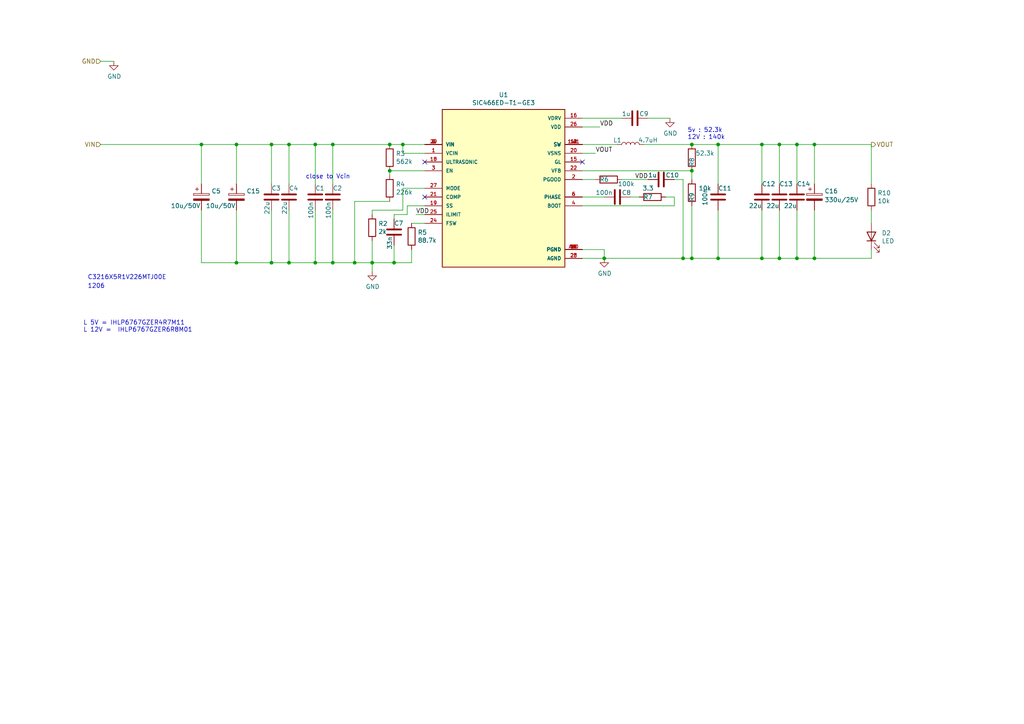
<source format=kicad_sch>
(kicad_sch (version 20211123) (generator eeschema)
  (paper "A4")
  (lib_symbols
    (symbol "Carte_Alim_V5-rescue:SIC461ED-T1-GE3-AREA_composant" (pin_names (offset 1.016))
      (property "Reference" "U1" (at 0 27.1018 0))
      (property "Value" "SIC466ED-T1-GE3" (at 0 24.7904 0))
      (symbol "SIC461ED-T1-GE3-AREA_composant_0_0"
        (rectangle (start -17.78 -22.86) (end 17.78 22.86) (stroke (width 0.254)) (fill (type background)))
        (pin input line (at -22.86 10.16 0) (length 5.08) (name "VCIN") (number "1"))
        (pin power_in line (at 22.86 -17.78 180) (length 5.08) (name "PGND") (number "10"))
        (pin power_in line (at 22.86 -17.78 180) (length 5.08) (name "PGND") (number "11"))
        (pin output line (at 22.86 12.7 180) (length 5.08) (name "SW") (number "12"))
        (pin output line (at 22.86 12.7 180) (length 5.08) (name "SW") (number "13"))
        (pin output line (at 22.86 12.7 180) (length 5.08) (name "SW") (number "14"))
        (pin output line (at 22.86 12.7 180) (length 5.08) (name "SW") (number "14.1"))
        (pin output line (at 22.86 7.62 180) (length 5.08) (name "GL") (number "15"))
        (pin power_in line (at 22.86 20.32 180) (length 5.08) (name "VDRV") (number "16"))
        (pin power_in line (at 22.86 -17.78 180) (length 5.08) (name "PGND") (number "17"))
        (pin input line (at -22.86 7.62 0) (length 5.08) (name "ULTRASONIC") (number "18"))
        (pin passive line (at -22.86 -5.08 0) (length 5.08) (name "SS") (number "19"))
        (pin output line (at 22.86 2.54 180) (length 5.08) (name "PGOOD") (number "2"))
        (pin input line (at 22.86 10.16 180) (length 5.08) (name "VSNS") (number "20"))
        (pin passive line (at -22.86 -2.54 0) (length 5.08) (name "COMP") (number "21"))
        (pin input line (at 22.86 5.08 180) (length 5.08) (name "VFB") (number "22"))
        (pin power_in line (at 22.86 -20.32 180) (length 5.08) (name "AGND") (number "23"))
        (pin passive line (at -22.86 -10.16 0) (length 5.08) (name "FSW") (number "24"))
        (pin passive line (at -22.86 -7.62 0) (length 5.08) (name "ILIMIT") (number "25"))
        (pin power_in line (at 22.86 17.78 180) (length 5.08) (name "VDD") (number "26"))
        (pin input line (at -22.86 0 0) (length 5.08) (name "MODE") (number "27"))
        (pin power_in line (at 22.86 -20.32 180) (length 5.08) (name "AGND") (number "28"))
        (pin input line (at -22.86 12.7 0) (length 5.08) (name "VIN") (number "29"))
        (pin input line (at -22.86 5.08 0) (length 5.08) (name "EN") (number "3"))
        (pin power_in line (at 22.86 -17.78 180) (length 5.08) (name "PGND") (number "30"))
        (pin passive line (at 22.86 -5.08 180) (length 5.08) (name "BOOT") (number "4"))
        (pin output line (at 22.86 -2.54 180) (length 5.08) (name "PHASE") (number "5"))
        (pin output line (at 22.86 -2.54 180) (length 5.08) (name "PHASE") (number "6"))
        (pin input line (at -22.86 12.7 0) (length 5.08) (name "VIN") (number "7"))
        (pin input line (at -22.86 12.7 0) (length 5.08) (name "VIN") (number "8"))
        (pin power_in line (at 22.86 -17.78 180) (length 5.08) (name "PGND") (number "9"))
        (pin power_in line (at 22.86 -17.78 180) (length 5.08) (name "PGND") (number "A30"))
      )
    )
    (symbol "Device:C" (pin_numbers hide) (pin_names (offset 0.254))
      (property "Reference" "C" (at 0.635 2.54 0))
      (property "Value" "C" (at 0.635 -2.54 0))
      (symbol "C_0_1"
        (polyline (pts (xy -2.032 -0.762) (xy 2.032 -0.762)) (stroke (width 0.508)))
        (polyline (pts (xy -2.032 0.762) (xy 2.032 0.762)) (stroke (width 0.508)))
      )
      (symbol "C_1_1"
        (pin passive line (at 0 3.81 270) (length 2.794) (name "~") (number "1"))
        (pin passive line (at 0 -3.81 90) (length 2.794) (name "~") (number "2"))
      )
    )
    (symbol "Device:C_Polarized" (pin_numbers hide) (pin_names (offset 0.254))
      (property "Reference" "C" (at 0.635 2.54 0))
      (property "Value" "C_Polarized" (at 0.635 -2.54 0))
      (symbol "C_Polarized_0_1"
        (rectangle (start -2.286 0.508) (end 2.286 1.016))
        (polyline (pts (xy -1.778 2.286) (xy -0.762 2.286)))
        (polyline (pts (xy -1.27 2.794) (xy -1.27 1.778)))
        (rectangle (start 2.286 -0.508) (end -2.286 -1.016) (fill (type outline)))
      )
      (symbol "C_Polarized_1_1"
        (pin passive line (at 0 3.81 270) (length 2.794) (name "~") (number "1"))
        (pin passive line (at 0 -3.81 90) (length 2.794) (name "~") (number "2"))
      )
    )
    (symbol "Device:L" (pin_numbers hide) (pin_names (offset 1.016) hide)
      (property "Reference" "L" (at -1.27 0 90))
      (property "Value" "L" (at 1.905 0 90))
      (symbol "L_0_1"
        (arc (start 0 -2.54) (mid 0.635 -1.905) (end 0 -1.27))
        (arc (start 0 -1.27) (mid 0.635 -0.635) (end 0 0))
        (arc (start 0 0) (mid 0.635 0.635) (end 0 1.27))
        (arc (start 0 1.27) (mid 0.635 1.905) (end 0 2.54))
      )
      (symbol "L_1_1"
        (pin passive line (at 0 3.81 270) (length 1.27) (name "1") (number "1"))
        (pin passive line (at 0 -3.81 90) (length 1.27) (name "2") (number "2"))
      )
    )
    (symbol "Device:LED" (pin_numbers hide) (pin_names (offset 1.016) hide)
      (property "Reference" "D" (at 0 2.54 0))
      (property "Value" "LED" (at 0 -2.54 0))
      (symbol "LED_0_1"
        (polyline (pts (xy -1.27 -1.27) (xy -1.27 1.27)) (stroke (width 0.254)))
        (polyline (pts (xy -1.27 0) (xy 1.27 0)))
        (polyline (pts (xy 1.27 -1.27) (xy 1.27 1.27) (xy -1.27 0) (xy 1.27 -1.27)) (stroke (width 0.254)))
        (polyline (pts (xy -3.048 -0.762) (xy -4.572 -2.286) (xy -3.81 -2.286) (xy -4.572 -2.286) (xy -4.572 -1.524)))
        (polyline (pts (xy -1.778 -0.762) (xy -3.302 -2.286) (xy -2.54 -2.286) (xy -3.302 -2.286) (xy -3.302 -1.524)))
      )
      (symbol "LED_1_1"
        (pin passive line (at -3.81 0 0) (length 2.54) (name "K") (number "1"))
        (pin passive line (at 3.81 0 180) (length 2.54) (name "A") (number "2"))
      )
    )
    (symbol "Device:R" (pin_numbers hide) (pin_names (offset 0))
      (property "Reference" "R" (at 2.032 0 90))
      (property "Value" "R" (at 0 0 90))
      (symbol "R_0_1"
        (rectangle (start -1.016 -2.54) (end 1.016 2.54) (stroke (width 0.254)))
      )
      (symbol "R_1_1"
        (pin passive line (at 0 3.81 270) (length 1.27) (name "~") (number "1"))
        (pin passive line (at 0 -3.81 90) (length 1.27) (name "~") (number "2"))
      )
    )
    (symbol "power:GND" (power) (pin_names (offset 0))
      (property "Value" "GND" (at 0 -3.81 0))
      (symbol "GND_0_1"
        (polyline (pts (xy 0 0) (xy 0 -1.27) (xy 1.27 -1.27) (xy 0 -2.54) (xy -1.27 -1.27) (xy 0 -1.27)))
      )
      (symbol "GND_1_1"
        (pin power_in line (at 0 0 270) (length 0) hide (name "GND") (number "1"))
      )
    )
  )
  (junction (at 208.28 41.91))
  (junction (at 96.52 76.2))
  (junction (at 220.98 41.91))
  (junction (at 208.28 74.93))
  (junction (at 236.22 41.91))
  (junction (at 116.84 41.91))
  (junction (at 83.82 41.91))
  (junction (at 200.66 49.53))
  (junction (at 236.22 74.93))
  (junction (at 78.74 41.91))
  (junction (at 226.06 41.91))
  (junction (at 113.03 41.91))
  (junction (at 200.66 41.91))
  (junction (at 91.44 76.2))
  (junction (at 102.87 76.2))
  (junction (at 83.82 76.2))
  (junction (at 58.42 41.91))
  (junction (at 226.06 74.93))
  (junction (at 68.58 41.91))
  (junction (at 78.74 76.2))
  (junction (at 175.26 74.93))
  (junction (at 107.95 76.2))
  (junction (at 220.98 74.93))
  (junction (at 198.12 74.93))
  (junction (at 231.14 41.91))
  (junction (at 114.3 76.2))
  (junction (at 91.44 41.91))
  (junction (at 68.58 76.2))
  (junction (at 200.66 74.93))
  (junction (at 231.14 74.93))
  (junction (at 113.03 49.53))
  (junction (at 96.52 41.91))
  (no_connect (at 168.91 46.99))
  (no_connect (at 123.19 57.15))
  (no_connect (at 123.19 46.99))
  (wire (pts (xy 29.21 41.91) (xy 58.42 41.91)))
  (wire (pts (xy 220.98 53.34) (xy 220.98 41.91)))
  (wire (pts (xy 78.74 41.91) (xy 83.82 41.91)))
  (wire (pts (xy 198.12 52.07) (xy 198.12 74.93)))
  (wire (pts (xy 226.06 74.93) (xy 231.14 74.93)))
  (wire (pts (xy 91.44 76.2) (xy 96.52 76.2)))
  (wire (pts (xy 193.04 57.15) (xy 195.58 57.15)))
  (wire (pts (xy 252.73 72.39) (xy 252.73 74.93)))
  (wire (pts (xy 78.74 76.2) (xy 68.58 76.2)))
  (wire (pts (xy 208.28 41.91) (xy 220.98 41.91)))
  (wire (pts (xy 208.28 53.34) (xy 208.28 41.91)))
  (wire (pts (xy 186.69 41.91) (xy 200.66 41.91)))
  (wire (pts (xy 118.11 62.23) (xy 114.3 62.23)))
  (wire (pts (xy 168.91 72.39) (xy 175.26 72.39)))
  (wire (pts (xy 102.87 58.42) (xy 113.03 58.42)))
  (wire (pts (xy 116.84 44.45) (xy 123.19 44.45)))
  (wire (pts (xy 236.22 41.91) (xy 236.22 53.34)))
  (wire (pts (xy 195.58 52.07) (xy 198.12 52.07)))
  (wire (pts (xy 58.42 60.96) (xy 58.42 76.2)))
  (wire (pts (xy 83.82 76.2) (xy 91.44 76.2)))
  (wire (pts (xy 236.22 41.91) (xy 252.73 41.91)))
  (wire (pts (xy 252.73 60.96) (xy 252.73 64.77)))
  (wire (pts (xy 208.28 60.96) (xy 208.28 74.93)))
  (wire (pts (xy 231.14 74.93) (xy 236.22 74.93)))
  (wire (pts (xy 220.98 74.93) (xy 226.06 74.93)))
  (wire (pts (xy 113.03 49.53) (xy 113.03 50.8)))
  (wire (pts (xy 200.66 74.93) (xy 208.28 74.93)))
  (wire (pts (xy 208.28 74.93) (xy 220.98 74.93)))
  (wire (pts (xy 123.19 54.61) (xy 116.84 54.61)))
  (wire (pts (xy 195.58 57.15) (xy 195.58 59.69)))
  (wire (pts (xy 96.52 60.96) (xy 96.52 76.2)))
  (wire (pts (xy 91.44 41.91) (xy 96.52 41.91)))
  (wire (pts (xy 78.74 60.96) (xy 78.74 76.2)))
  (wire (pts (xy 195.58 59.69) (xy 168.91 59.69)))
  (wire (pts (xy 58.42 41.91) (xy 68.58 41.91)))
  (wire (pts (xy 236.22 60.96) (xy 236.22 74.93)))
  (wire (pts (xy 231.14 41.91) (xy 231.14 53.34)))
  (wire (pts (xy 231.14 60.96) (xy 231.14 74.93)))
  (wire (pts (xy 96.52 76.2) (xy 102.87 76.2)))
  (wire (pts (xy 78.74 41.91) (xy 78.74 53.34)))
  (wire (pts (xy 200.66 41.91) (xy 208.28 41.91)))
  (wire (pts (xy 168.91 49.53) (xy 200.66 49.53)))
  (wire (pts (xy 226.06 41.91) (xy 231.14 41.91)))
  (wire (pts (xy 83.82 41.91) (xy 91.44 41.91)))
  (wire (pts (xy 220.98 60.96) (xy 220.98 74.93)))
  (wire (pts (xy 182.88 57.15) (xy 185.42 57.15)))
  (wire (pts (xy 175.26 72.39) (xy 175.26 74.93)))
  (wire (pts (xy 96.52 41.91) (xy 96.52 53.34)))
  (wire (pts (xy 200.66 49.53) (xy 200.66 52.07)))
  (wire (pts (xy 114.3 76.2) (xy 119.38 76.2)))
  (wire (pts (xy 198.12 74.93) (xy 200.66 74.93)))
  (wire (pts (xy 231.14 41.91) (xy 236.22 41.91)))
  (wire (pts (xy 168.91 41.91) (xy 179.07 41.91)))
  (wire (pts (xy 252.73 53.34) (xy 252.73 41.91)))
  (wire (pts (xy 96.52 41.91) (xy 113.03 41.91)))
  (wire (pts (xy 91.44 60.96) (xy 91.44 76.2)))
  (wire (pts (xy 68.58 60.96) (xy 68.58 76.2)))
  (wire (pts (xy 119.38 76.2) (xy 119.38 72.39)))
  (wire (pts (xy 168.91 44.45) (xy 172.72 44.45)))
  (wire (pts (xy 83.82 76.2) (xy 78.74 76.2)))
  (wire (pts (xy 114.3 71.12) (xy 114.3 76.2)))
  (wire (pts (xy 180.34 52.07) (xy 187.96 52.07)))
  (wire (pts (xy 116.84 60.96) (xy 107.95 60.96)))
  (wire (pts (xy 68.58 41.91) (xy 78.74 41.91)))
  (wire (pts (xy 107.95 69.85) (xy 107.95 76.2)))
  (wire (pts (xy 83.82 41.91) (xy 83.82 53.34)))
  (wire (pts (xy 58.42 76.2) (xy 68.58 76.2)))
  (wire (pts (xy 107.95 76.2) (xy 107.95 78.74)))
  (wire (pts (xy 168.91 36.83) (xy 173.99 36.83)))
  (wire (pts (xy 175.26 74.93) (xy 168.91 74.93)))
  (wire (pts (xy 58.42 41.91) (xy 58.42 53.34)))
  (wire (pts (xy 220.98 41.91) (xy 226.06 41.91)))
  (wire (pts (xy 200.66 59.69) (xy 200.66 74.93)))
  (wire (pts (xy 116.84 41.91) (xy 123.19 41.91)))
  (wire (pts (xy 91.44 41.91) (xy 91.44 53.34)))
  (wire (pts (xy 113.03 49.53) (xy 123.19 49.53)))
  (wire (pts (xy 226.06 60.96) (xy 226.06 74.93)))
  (wire (pts (xy 83.82 60.96) (xy 83.82 76.2)))
  (wire (pts (xy 114.3 76.2) (xy 107.95 76.2)))
  (wire (pts (xy 168.91 52.07) (xy 172.72 52.07)))
  (wire (pts (xy 107.95 60.96) (xy 107.95 62.23)))
  (wire (pts (xy 168.91 34.29) (xy 180.34 34.29)))
  (wire (pts (xy 68.58 41.91) (xy 68.58 53.34)))
  (wire (pts (xy 168.91 57.15) (xy 175.26 57.15)))
  (wire (pts (xy 175.26 74.93) (xy 198.12 74.93)))
  (wire (pts (xy 119.38 64.77) (xy 123.19 64.77)))
  (wire (pts (xy 102.87 58.42) (xy 102.87 76.2)))
  (wire (pts (xy 226.06 41.91) (xy 226.06 53.34)))
  (wire (pts (xy 113.03 41.91) (xy 116.84 41.91)))
  (wire (pts (xy 116.84 44.45) (xy 116.84 41.91)))
  (wire (pts (xy 123.19 62.23) (xy 120.65 62.23)))
  (wire (pts (xy 116.84 54.61) (xy 116.84 60.96)))
  (wire (pts (xy 29.21 17.78) (xy 33.02 17.78)))
  (wire (pts (xy 102.87 76.2) (xy 107.95 76.2)))
  (wire (pts (xy 114.3 62.23) (xy 114.3 63.5)))
  (wire (pts (xy 123.19 59.69) (xy 118.11 59.69)))
  (wire (pts (xy 236.22 74.93) (xy 252.73 74.93)))
  (wire (pts (xy 187.96 34.29) (xy 194.31 34.29)))
  (wire (pts (xy 118.11 59.69) (xy 118.11 62.23)))
  (text "C3216X5R1V226MTJ00E" (at 25.4 81.28 0) (effects (font (size 1.27 1.27)) (justify left bottom)))
  (text "close to Vcin" (at 101.6 52.07 180) (effects (font (size 1.27 1.27)) (justify right bottom)))
  (text "1206\n" (at 25.4 83.82 0) (effects (font (size 1.27 1.27)) (justify left bottom)))
  (text "L 5V = IHLP6767GZER4R7M11\nL 12V =  IHLP6767GZER6R8M01 " (at 24.13 96.52 0) (effects (font (size 1.27 1.27)) (justify left bottom)))
  (text "5v : 52.3k\n12V : 140k" (at 199.39 40.64 0) (effects (font (size 1.27 1.27)) (justify left bottom)))
  (label "VOUT" (at 172.72 44.45 0))
  (label "VDD" (at 173.99 36.83 0))
  (label "VDD" (at 120.65 62.23 0))
  (label "VDD" (at 184.15 52.07 0))
  (hierarchical_label "VIN" (shape input) (at 29.21 41.91 180))
  (hierarchical_label "GND" (shape input) (at 29.21 17.78 180))
  (hierarchical_label "VOUT" (shape output) (at 252.73 41.91 0))
  (symbol (lib_id "Device:C") (at 231.14 57.15 0)
    (property "Reference" "C14" (at 231.14 53.34 0) (effects (justify left)))
    (property "Value" "22u" (at 227.33 59.69 0) (effects (justify left)))
    (property "Footprint" "Capacitor_SMD:C_1206_3216Metric" (effects hide))
  )
  (symbol (lib_id "power:GND") (at 175.26 74.93 0)
    (property "Reference" "#PWR089" (effects hide))
    (property "Value" "GND" (at 175.387 79.3242 0))
  )
  (symbol (lib_id "Carte_Alim_V5-rescue:SIC461ED-T1-GE3-AREA_composant") (at 146.05 54.61 0)
    (property "Reference" "U1" (at 146.05 27.5082 0))
    (property "Value" "SIC466ED-T1-GE3" (at 146.05 29.8196 0))
    (property "Footprint" "AREA_lib_composant:SIC463EDT1GE3" (effects hide))
    (property "STANDARD" "Manufacturer Recommendations" (effects hide))
    (property "MANUFACTURER" "VISHAY" (effects hide))
    (property "PARTREV" "M" (effects hide))
  )
  (symbol (lib_id "Device:C") (at 83.82 57.15 0)
    (property "Reference" "C4" (at 83.82 54.61 0) (effects (justify left)))
    (property "Value" "22u" (at 82.55 62.23 90) (effects (justify left)))
    (property "Footprint" "Capacitor_SMD:C_1206_3216Metric" (effects hide))
  )
  (symbol (lib_id "Device:C") (at 96.52 57.15 0)
    (property "Reference" "C2" (at 96.52 54.61 0) (effects (justify left)))
    (property "Value" "100n" (at 95.25 63.5 90) (effects (justify left)))
    (property "Footprint" "Capacitor_SMD:C_0805_2012Metric" (effects hide))
  )
  (symbol (lib_id "Device:C_Polarized") (at 236.22 57.15 0)
    (property "Reference" "C16" (at 239.141 55.4263 0) (effects (justify left)))
    (property "Value" "330u/25V" (at 239.141 57.9632 0) (effects (justify left)))
    (property "Footprint" "Capacitor_SMD:CP_Elec_8x10.5" (effects hide))
  )
  (symbol (lib_id "Device:R") (at 200.66 55.88 180)
    (property "Reference" "R9" (at 200.66 57.15 90))
    (property "Value" "10k" (at 204.47 54.61 0))
    (property "Footprint" "Resistor_SMD:R_0603_1608Metric" (effects hide))
  )
  (symbol (lib_id "Device:R") (at 113.03 54.61 0)
    (property "Reference" "R4" (at 114.808 53.4416 0) (effects (justify left)))
    (property "Value" "226k" (at 114.808 55.753 0) (effects (justify left)))
    (property "Footprint" "Resistor_SMD:R_0603_1608Metric" (effects hide))
  )
  (symbol (lib_id "Device:R") (at 189.23 57.15 270)
    (property "Reference" "R7" (at 187.96 57.15 90))
    (property "Value" "3.3" (at 187.96 54.61 90))
    (property "Footprint" "Resistor_SMD:R_0603_1608Metric" (effects hide))
  )
  (symbol (lib_id "Device:C") (at 91.44 57.15 0)
    (property "Reference" "C1" (at 91.44 54.61 0) (effects (justify left)))
    (property "Value" "100n" (at 90.17 63.5 90) (effects (justify left)))
    (property "Footprint" "Capacitor_SMD:C_0805_2012Metric" (effects hide))
  )
  (symbol (lib_id "Device:L") (at 182.88 41.91 90)
    (property "Reference" "L1" (at 179.07 40.64 90))
    (property "Value" "4.7uH" (at 187.96 40.64 90))
    (property "Footprint" "Inductor_SMD:L_Vishay_IHLP-6767" (effects hide))
  )
  (symbol (lib_id "Device:R") (at 119.38 68.58 0)
    (property "Reference" "R5" (at 121.158 67.4116 0) (effects (justify left)))
    (property "Value" "88.7k" (at 121.158 69.723 0) (effects (justify left)))
    (property "Footprint" "Resistor_SMD:R_0603_1608Metric" (effects hide))
  )
  (symbol (lib_id "power:GND") (at 33.02 17.78 0)
    (property "Reference" "#PWR085" (effects hide))
    (property "Value" "GND" (at 33.147 22.1742 0))
  )
  (symbol (lib_id "Device:C") (at 78.74 57.15 0)
    (property "Reference" "C3" (at 78.74 54.61 0) (effects (justify left)))
    (property "Value" "22u" (at 77.47 62.23 90) (effects (justify left)))
    (property "Footprint" "Capacitor_SMD:C_1206_3216Metric" (effects hide))
    (property "Part" "C3216X5R1V226MTJ00E" (effects hide))
  )
  (symbol (lib_id "Device:C") (at 191.77 52.07 270)
    (property "Reference" "C10" (at 193.04 50.8 90) (effects (justify left)))
    (property "Value" "1u" (at 187.96 50.8 90) (effects (justify left)))
    (property "Footprint" "Capacitor_SMD:C_0805_2012Metric" (effects hide))
  )
  (symbol (lib_id "Device:R") (at 107.95 66.04 0)
    (property "Reference" "R2" (at 109.728 64.8716 0) (effects (justify left)))
    (property "Value" "2k" (at 109.728 67.183 0) (effects (justify left)))
    (property "Footprint" "Resistor_SMD:R_0603_1608Metric" (effects hide))
  )
  (symbol (lib_id "Device:C_Polarized") (at 58.42 57.15 0)
    (property "Reference" "C5" (at 61.341 55.4263 0) (effects (justify left)))
    (property "Value" "10u/50V" (at 49.53 59.69 0) (effects (justify left)))
    (property "Footprint" "Capacitor_SMD:CP_Elec_5x5.4" (effects hide))
  )
  (symbol (lib_id "Device:R") (at 113.03 45.72 0)
    (property "Reference" "R3" (at 114.808 44.5516 0) (effects (justify left)))
    (property "Value" "562k" (at 114.808 46.863 0) (effects (justify left)))
    (property "Footprint" "Resistor_SMD:R_0603_1608Metric" (effects hide))
  )
  (symbol (lib_id "Device:C_Polarized") (at 68.58 57.15 0)
    (property "Reference" "C15" (at 71.501 55.4263 0) (effects (justify left)))
    (property "Value" "10u/50V" (at 59.69 59.69 0) (effects (justify left)))
    (property "Footprint" "Capacitor_SMD:CP_Elec_5x5.4" (effects hide))
  )
  (symbol (lib_id "Device:R") (at 252.73 57.15 0)
    (property "Reference" "R10" (at 254.508 55.9816 0) (effects (justify left)))
    (property "Value" "10k" (at 254.508 58.293 0) (effects (justify left)))
    (property "Footprint" "Resistor_SMD:R_0603_1608Metric" (effects hide))
  )
  (symbol (lib_id "Device:C") (at 179.07 57.15 270)
    (property "Reference" "C8" (at 180.34 55.88 90) (effects (justify left)))
    (property "Value" "100n" (at 172.72 55.88 90) (effects (justify left)))
    (property "Footprint" "Capacitor_SMD:C_0805_2012Metric" (effects hide))
  )
  (symbol (lib_id "power:GND") (at 107.95 78.74 0)
    (property "Reference" "#PWR088" (effects hide))
    (property "Value" "GND" (at 108.077 83.1342 0))
  )
  (symbol (lib_id "Device:C") (at 208.28 57.15 0)
    (property "Reference" "C11" (at 208.28 54.61 0) (effects (justify left)))
    (property "Value" "100n" (at 204.47 59.69 90) (effects (justify left)))
    (property "Footprint" "Capacitor_SMD:C_0805_2012Metric" (effects hide))
  )
  (symbol (lib_id "Device:R") (at 200.66 45.72 180)
    (property "Reference" "R8" (at 200.66 46.99 90))
    (property "Value" "52.3k" (at 204.47 44.45 0))
    (property "Footprint" "Resistor_SMD:R_0603_1608Metric" (effects hide))
  )
  (symbol (lib_id "Device:C") (at 220.98 57.15 0)
    (property "Reference" "C12" (at 220.98 53.34 0) (effects (justify left)))
    (property "Value" "22u" (at 217.17 59.69 0) (effects (justify left)))
    (property "Footprint" "Capacitor_SMD:C_1206_3216Metric" (effects hide))
  )
  (symbol (lib_id "Device:C") (at 184.15 34.29 270)
    (property "Reference" "C9" (at 185.42 33.02 90) (effects (justify left)))
    (property "Value" "1u" (at 180.34 33.02 90) (effects (justify left)))
    (property "Footprint" "Capacitor_SMD:C_0805_2012Metric" (effects hide))
  )
  (symbol (lib_id "Device:R") (at 176.53 52.07 270)
    (property "Reference" "R6" (at 175.26 52.07 90))
    (property "Value" "100k" (at 181.61 53.34 90))
    (property "Footprint" "Resistor_SMD:R_0603_1608Metric" (effects hide))
  )
  (symbol (lib_id "Device:C") (at 226.06 57.15 0)
    (property "Reference" "C13" (at 226.06 53.34 0) (effects (justify left)))
    (property "Value" "22u" (at 222.25 59.69 0) (effects (justify left)))
    (property "Footprint" "Capacitor_SMD:C_1206_3216Metric" (effects hide))
  )
  (symbol (lib_id "power:GND") (at 194.31 34.29 0)
    (property "Reference" "#PWR090" (effects hide))
    (property "Value" "GND" (at 194.437 38.6842 0))
  )
  (symbol (lib_id "Device:C") (at 114.3 67.31 0)
    (property "Reference" "C7" (at 114.3 64.77 0) (effects (justify left)))
    (property "Value" "33n" (at 113.03 72.39 90) (effects (justify left)))
    (property "Footprint" "Capacitor_SMD:C_0805_2012Metric" (effects hide))
  )
  (symbol (lib_id "Device:LED") (at 252.73 68.58 90)
    (property "Reference" "D2" (at 255.7272 67.5894 90) (effects (justify right)))
    (property "Value" "LED" (at 255.7272 69.9008 90) (effects (justify right)))
    (property "Footprint" "LED_SMD:LED_0805_2012Metric" (effects hide))
  )
)
</source>
